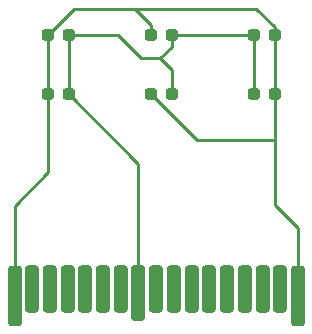
<source format=gbr>
%TF.GenerationSoftware,KiCad,Pcbnew,7.0.10*%
%TF.CreationDate,2024-04-17T19:12:29+01:00*%
%TF.ProjectId,ds_led_cart,64735f6c-6564-45f6-9361-72742e6b6963,rev?*%
%TF.SameCoordinates,Original*%
%TF.FileFunction,Copper,L1,Top*%
%TF.FilePolarity,Positive*%
%FSLAX46Y46*%
G04 Gerber Fmt 4.6, Leading zero omitted, Abs format (unit mm)*
G04 Created by KiCad (PCBNEW 7.0.10) date 2024-04-17 19:12:29*
%MOMM*%
%LPD*%
G01*
G04 APERTURE LIST*
G04 Aperture macros list*
%AMRoundRect*
0 Rectangle with rounded corners*
0 $1 Rounding radius*
0 $2 $3 $4 $5 $6 $7 $8 $9 X,Y pos of 4 corners*
0 Add a 4 corners polygon primitive as box body*
4,1,4,$2,$3,$4,$5,$6,$7,$8,$9,$2,$3,0*
0 Add four circle primitives for the rounded corners*
1,1,$1+$1,$2,$3*
1,1,$1+$1,$4,$5*
1,1,$1+$1,$6,$7*
1,1,$1+$1,$8,$9*
0 Add four rect primitives between the rounded corners*
20,1,$1+$1,$2,$3,$4,$5,0*
20,1,$1+$1,$4,$5,$6,$7,0*
20,1,$1+$1,$6,$7,$8,$9,0*
20,1,$1+$1,$8,$9,$2,$3,0*%
G04 Aperture macros list end*
%TA.AperFunction,SMDPad,CuDef*%
%ADD10RoundRect,0.237500X-0.287500X-0.237500X0.287500X-0.237500X0.287500X0.237500X-0.287500X0.237500X0*%
%TD*%
%TA.AperFunction,SMDPad,CuDef*%
%ADD11RoundRect,0.237500X0.287500X0.237500X-0.287500X0.237500X-0.287500X-0.237500X0.287500X-0.237500X0*%
%TD*%
%TA.AperFunction,SMDPad,CuDef*%
%ADD12RoundRect,0.300000X-0.300000X-2.275000X0.300000X-2.275000X0.300000X2.275000X-0.300000X2.275000X0*%
%TD*%
%TA.AperFunction,SMDPad,CuDef*%
%ADD13RoundRect,0.300000X-0.300000X-1.700000X0.300000X-1.700000X0.300000X1.700000X-0.300000X1.700000X0*%
%TD*%
%TA.AperFunction,SMDPad,CuDef*%
%ADD14RoundRect,0.300000X-0.300000X-2.075000X0.300000X-2.075000X0.300000X2.075000X-0.300000X2.075000X0*%
%TD*%
%TA.AperFunction,Conductor*%
%ADD15C,0.250000*%
%TD*%
G04 APERTURE END LIST*
D10*
%TO.P,D3,1,K*%
%TO.N,Net-(D1-K)*%
X125245000Y-99715000D03*
%TO.P,D3,2,A*%
%TO.N,Net-(D1-A)*%
X126995000Y-99715000D03*
%TD*%
D11*
%TO.P,D4,1,K*%
%TO.N,Net-(D1-K)*%
X144420000Y-99715000D03*
%TO.P,D4,2,A*%
%TO.N,Net-(D1-A)*%
X142670000Y-99715000D03*
%TD*%
%TO.P,D2,1,K*%
%TO.N,Net-(D1-K)*%
X144420000Y-94715000D03*
%TO.P,D2,2,A*%
%TO.N,Net-(D1-A)*%
X142670000Y-94715000D03*
%TD*%
D10*
%TO.P,D1,1,K*%
%TO.N,Net-(D1-K)*%
X125245000Y-94715000D03*
%TO.P,D1,2,A*%
%TO.N,Net-(D1-A)*%
X126995000Y-94715000D03*
%TD*%
%TO.P,D5,1,K*%
%TO.N,Net-(D1-K)*%
X133970000Y-94715000D03*
%TO.P,D5,2,A*%
%TO.N,Net-(D1-A)*%
X135720000Y-94715000D03*
%TD*%
D12*
%TO.P,U1,1,GND*%
%TO.N,Net-(D1-K)*%
X122395000Y-116772500D03*
D13*
%TO.P,U1,2,CLK*%
%TO.N,unconnected-(U1-CLK-Pad2)*%
X123895000Y-116202500D03*
%TO.P,U1,3,?*%
%TO.N,unconnected-(U1-?-Pad3)*%
X125395000Y-116202500D03*
%TO.P,U1,4,CS1*%
%TO.N,unconnected-(U1-CS1-Pad4)*%
X126895000Y-116202500D03*
%TO.P,U1,5,RES*%
%TO.N,unconnected-(U1-RES-Pad5)*%
X128395000Y-116202500D03*
%TO.P,U1,6,CS2*%
%TO.N,unconnected-(U1-CS2-Pad6)*%
X129895000Y-116202500D03*
%TO.P,U1,7,IRQ*%
%TO.N,unconnected-(U1-IRQ-Pad7)*%
X131395000Y-116202500D03*
D14*
%TO.P,U1,8,3.3V*%
%TO.N,Net-(D1-A)*%
X132885000Y-116572500D03*
D13*
%TO.P,U1,9,D0*%
%TO.N,unconnected-(U1-D0-Pad9)*%
X134395000Y-116202500D03*
%TO.P,U1,10,D1*%
%TO.N,unconnected-(U1-D1-Pad10)*%
X135895000Y-116202500D03*
%TO.P,U1,11,D2*%
%TO.N,unconnected-(U1-D2-Pad11)*%
X137395000Y-116202500D03*
%TO.P,U1,12,D3*%
%TO.N,unconnected-(U1-D3-Pad12)*%
X138895000Y-116202500D03*
%TO.P,U1,13,D4*%
%TO.N,unconnected-(U1-D4-Pad13)*%
X140395000Y-116202500D03*
%TO.P,U1,14,D5*%
%TO.N,unconnected-(U1-D5-Pad14)*%
X141895000Y-116202500D03*
%TO.P,U1,15,D6*%
%TO.N,unconnected-(U1-D6-Pad15)*%
X143395000Y-116202500D03*
%TO.P,U1,16,D7*%
%TO.N,unconnected-(U1-D7-Pad16)*%
X144895000Y-116202500D03*
D12*
%TO.P,U1,17,GND*%
%TO.N,Net-(D1-K)*%
X146395000Y-116772500D03*
%TD*%
D10*
%TO.P,D6,1,K*%
%TO.N,Net-(D1-K)*%
X133970000Y-99715000D03*
%TO.P,D6,2,A*%
%TO.N,Net-(D1-A)*%
X135720000Y-99715000D03*
%TD*%
D15*
%TO.N,Net-(D1-K)*%
X133970000Y-99715000D02*
X137870000Y-103615000D01*
X133970000Y-94715000D02*
X133970000Y-93890000D01*
X144420000Y-99715000D02*
X144420000Y-103615000D01*
X142870000Y-92515000D02*
X144420000Y-94065000D01*
X146395000Y-111065000D02*
X146395000Y-116772500D01*
X122395000Y-116772500D02*
X122395000Y-109165000D01*
X125245000Y-94715000D02*
X125245000Y-99715000D01*
X144420000Y-94065000D02*
X144420000Y-94715000D01*
X137870000Y-103615000D02*
X144420000Y-103615000D01*
X133970000Y-93890000D02*
X132595000Y-92515000D01*
X144420000Y-103615000D02*
X144420000Y-109090000D01*
X132595000Y-92515000D02*
X142870000Y-92515000D01*
X125245000Y-106315000D02*
X125245000Y-99715000D01*
X122395000Y-109165000D02*
X125245000Y-106315000D01*
X127445000Y-92515000D02*
X132595000Y-92515000D01*
X125245000Y-94715000D02*
X127445000Y-92515000D01*
X144420000Y-109090000D02*
X146395000Y-111065000D01*
X144420000Y-94715000D02*
X144420000Y-99715000D01*
%TO.N,Net-(D1-A)*%
X126995000Y-94715000D02*
X131145000Y-94715000D01*
X132885000Y-116572500D02*
X132885000Y-105605000D01*
X132885000Y-105605000D02*
X126995000Y-99715000D01*
X135720000Y-94715000D02*
X142670000Y-94715000D01*
X134745000Y-96690000D02*
X135720000Y-95715000D01*
X126995000Y-94715000D02*
X126995000Y-99715000D01*
X133120000Y-96690000D02*
X134745000Y-96690000D01*
X131145000Y-94715000D02*
X133120000Y-96690000D01*
X135720000Y-95715000D02*
X135720000Y-94715000D01*
X142670000Y-94715000D02*
X142670000Y-99715000D01*
X135720000Y-99715000D02*
X135720000Y-97665000D01*
X135720000Y-97665000D02*
X134745000Y-96690000D01*
%TD*%
M02*

</source>
